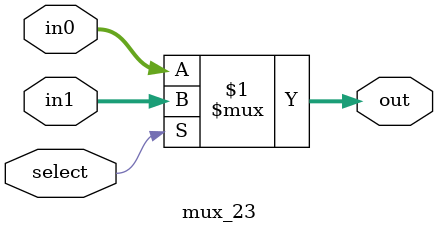
<source format=v>
module mux_23(out, select, in0, in1);
  input select;
  input [2:0] in0, in1;
  output [2:0] out;
  assign out = select ? in1 : in0;
endmodule
</source>
